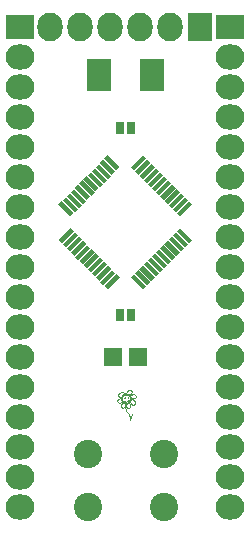
<source format=gts>
G04 #@! TF.FileFunction,Soldermask,Top*
%FSLAX46Y46*%
G04 Gerber Fmt 4.6, Leading zero omitted, Abs format (unit mm)*
G04 Created by KiCad (PCBNEW 4.0.4+e1-6308~48~ubuntu16.04.1-stable) date Wed Oct 26 20:07:28 2016*
%MOMM*%
%LPD*%
G01*
G04 APERTURE LIST*
%ADD10C,0.101600*%
%ADD11C,0.076200*%
%ADD12C,0.150000*%
%ADD13C,0.127000*%
%ADD14R,2.127200X2.432000*%
%ADD15O,2.127200X2.432000*%
%ADD16R,2.000200X2.800300*%
%ADD17C,2.400000*%
%ADD18R,2.432000X2.127200*%
%ADD19O,2.432000X2.127200*%
%ADD20R,0.800000X1.000000*%
%ADD21R,1.598880X1.598880*%
G04 APERTURE END LIST*
D10*
X192157000Y-114560000D02*
X192317000Y-114040000D01*
X192197000Y-114340000D02*
X192157000Y-114560000D01*
X192077000Y-114060000D02*
X192197000Y-114340000D01*
X191857000Y-113760000D02*
X192077000Y-114060000D01*
X191767000Y-113330000D02*
X191857000Y-113760000D01*
X192137000Y-113340000D02*
X192137000Y-113170000D01*
X192157000Y-113440000D02*
X192137000Y-113340000D01*
X192107000Y-113530000D02*
X192157000Y-113440000D01*
X191987000Y-113560000D02*
X192107000Y-113530000D01*
X191867000Y-113430000D02*
X191987000Y-113560000D01*
X191797000Y-113240000D02*
X191867000Y-113430000D01*
X192317000Y-113240000D02*
X192227000Y-113110000D01*
X192447000Y-113270000D02*
X192317000Y-113240000D01*
X192557000Y-113230000D02*
X192447000Y-113270000D01*
X192597000Y-113130000D02*
X192557000Y-113230000D01*
X192597000Y-112990000D02*
X192597000Y-113130000D01*
X192497000Y-112850000D02*
X192597000Y-112990000D01*
X192317000Y-112740000D02*
X192497000Y-112850000D01*
X192417000Y-112710000D02*
X192317000Y-112710000D01*
X192567000Y-112700000D02*
X192417000Y-112710000D01*
X192667000Y-112630000D02*
X192567000Y-112700000D01*
X192647000Y-112480000D02*
X192667000Y-112630000D01*
X192537000Y-112380000D02*
X192647000Y-112480000D01*
X192167000Y-112390000D02*
X192537000Y-112380000D01*
X192287000Y-112260000D02*
X192197000Y-112400000D01*
X192307000Y-112150000D02*
X192287000Y-112260000D01*
X192257000Y-112040000D02*
X192307000Y-112150000D01*
X192087000Y-112010000D02*
X192257000Y-112040000D01*
X191927000Y-112070000D02*
X192087000Y-112010000D01*
X191837000Y-112340000D02*
X191927000Y-112070000D01*
X191737000Y-113250000D02*
X191727000Y-113220000D01*
X191767000Y-113230000D02*
X191737000Y-113250000D01*
X191747000Y-113250000D02*
X191767000Y-113230000D01*
X191727000Y-113360000D02*
X191747000Y-113250000D01*
X191667000Y-113470000D02*
X191727000Y-113360000D01*
X191547000Y-113510000D02*
X191667000Y-113470000D01*
X191437000Y-113470000D02*
X191547000Y-113510000D01*
X191427000Y-113280000D02*
X191437000Y-113470000D01*
X191507000Y-113080000D02*
X191427000Y-113280000D01*
X191237000Y-113120000D02*
X191487000Y-113060000D01*
X191117000Y-113040000D02*
X191237000Y-113120000D01*
X191077000Y-112910000D02*
X191117000Y-113040000D01*
X191167000Y-112760000D02*
X191077000Y-112910000D01*
X191437000Y-112710000D02*
X191167000Y-112760000D01*
X191217000Y-112590000D02*
X191427000Y-112640000D01*
X191107000Y-112420000D02*
X191217000Y-112590000D01*
X191217000Y-112230000D02*
X191107000Y-112420000D01*
X191497000Y-112160000D02*
X191217000Y-112230000D01*
X191767000Y-112300000D02*
X191497000Y-112160000D01*
D11*
X191937000Y-112970000D02*
X192057000Y-112880000D01*
X191807000Y-112980000D02*
X191937000Y-112970000D01*
X191687000Y-112910000D02*
X191807000Y-112980000D01*
D12*
X191768623Y-112690000D02*
G75*
G03X191768623Y-112690000I-31623J0D01*
G01*
D13*
X192287000Y-112770000D02*
G75*
G03X192287000Y-112770000I-410000J0D01*
G01*
D12*
X192048623Y-112690000D02*
G75*
G03X192048623Y-112690000I-31623J0D01*
G01*
D14*
X198120000Y-81280000D03*
D15*
X195580000Y-81280000D03*
X193040000Y-81280000D03*
X190500000Y-81280000D03*
X187960000Y-81280000D03*
X185420000Y-81280000D03*
D16*
X189519560Y-85300000D03*
X194020440Y-85300000D03*
D10*
G36*
X189991626Y-92398311D02*
X190267398Y-92122539D01*
X191285632Y-93140773D01*
X191009860Y-93416545D01*
X189991626Y-92398311D01*
X189991626Y-92398311D01*
G37*
G36*
X189638073Y-92751864D02*
X189913845Y-92476092D01*
X190932079Y-93494326D01*
X190656307Y-93770098D01*
X189638073Y-92751864D01*
X189638073Y-92751864D01*
G37*
G36*
X189284519Y-93105418D02*
X189560291Y-92829646D01*
X190578525Y-93847880D01*
X190302753Y-94123652D01*
X189284519Y-93105418D01*
X189284519Y-93105418D01*
G37*
G36*
X188930966Y-93458971D02*
X189206738Y-93183199D01*
X190224972Y-94201433D01*
X189949200Y-94477205D01*
X188930966Y-93458971D01*
X188930966Y-93458971D01*
G37*
G36*
X188577413Y-93812524D02*
X188853185Y-93536752D01*
X189871419Y-94554986D01*
X189595647Y-94830758D01*
X188577413Y-93812524D01*
X188577413Y-93812524D01*
G37*
G36*
X188223859Y-94166078D02*
X188499631Y-93890306D01*
X189517865Y-94908540D01*
X189242093Y-95184312D01*
X188223859Y-94166078D01*
X188223859Y-94166078D01*
G37*
G36*
X187870306Y-94519631D02*
X188146078Y-94243859D01*
X189164312Y-95262093D01*
X188888540Y-95537865D01*
X187870306Y-94519631D01*
X187870306Y-94519631D01*
G37*
G36*
X187516752Y-94873185D02*
X187792524Y-94597413D01*
X188810758Y-95615647D01*
X188534986Y-95891419D01*
X187516752Y-94873185D01*
X187516752Y-94873185D01*
G37*
G36*
X187163199Y-95226738D02*
X187438971Y-94950966D01*
X188457205Y-95969200D01*
X188181433Y-96244972D01*
X187163199Y-95226738D01*
X187163199Y-95226738D01*
G37*
G36*
X186809646Y-95580291D02*
X187085418Y-95304519D01*
X188103652Y-96322753D01*
X187827880Y-96598525D01*
X186809646Y-95580291D01*
X186809646Y-95580291D01*
G37*
G36*
X186456092Y-95933845D02*
X186731864Y-95658073D01*
X187750098Y-96676307D01*
X187474326Y-96952079D01*
X186456092Y-95933845D01*
X186456092Y-95933845D01*
G37*
G36*
X186102539Y-96287398D02*
X186378311Y-96011626D01*
X187396545Y-97029860D01*
X187120773Y-97305632D01*
X186102539Y-96287398D01*
X186102539Y-96287398D01*
G37*
G36*
X186378311Y-99568374D02*
X186102539Y-99292602D01*
X187120773Y-98274368D01*
X187396545Y-98550140D01*
X186378311Y-99568374D01*
X186378311Y-99568374D01*
G37*
G36*
X186731864Y-99921927D02*
X186456092Y-99646155D01*
X187474326Y-98627921D01*
X187750098Y-98903693D01*
X186731864Y-99921927D01*
X186731864Y-99921927D01*
G37*
G36*
X187085418Y-100275481D02*
X186809646Y-99999709D01*
X187827880Y-98981475D01*
X188103652Y-99257247D01*
X187085418Y-100275481D01*
X187085418Y-100275481D01*
G37*
G36*
X187438971Y-100629034D02*
X187163199Y-100353262D01*
X188181433Y-99335028D01*
X188457205Y-99610800D01*
X187438971Y-100629034D01*
X187438971Y-100629034D01*
G37*
G36*
X187792524Y-100982587D02*
X187516752Y-100706815D01*
X188534986Y-99688581D01*
X188810758Y-99964353D01*
X187792524Y-100982587D01*
X187792524Y-100982587D01*
G37*
G36*
X188146078Y-101336141D02*
X187870306Y-101060369D01*
X188888540Y-100042135D01*
X189164312Y-100317907D01*
X188146078Y-101336141D01*
X188146078Y-101336141D01*
G37*
G36*
X188499631Y-101689694D02*
X188223859Y-101413922D01*
X189242093Y-100395688D01*
X189517865Y-100671460D01*
X188499631Y-101689694D01*
X188499631Y-101689694D01*
G37*
G36*
X188853185Y-102043248D02*
X188577413Y-101767476D01*
X189595647Y-100749242D01*
X189871419Y-101025014D01*
X188853185Y-102043248D01*
X188853185Y-102043248D01*
G37*
G36*
X189206738Y-102396801D02*
X188930966Y-102121029D01*
X189949200Y-101102795D01*
X190224972Y-101378567D01*
X189206738Y-102396801D01*
X189206738Y-102396801D01*
G37*
G36*
X189560291Y-102750354D02*
X189284519Y-102474582D01*
X190302753Y-101456348D01*
X190578525Y-101732120D01*
X189560291Y-102750354D01*
X189560291Y-102750354D01*
G37*
G36*
X189913845Y-103103908D02*
X189638073Y-102828136D01*
X190656307Y-101809902D01*
X190932079Y-102085674D01*
X189913845Y-103103908D01*
X189913845Y-103103908D01*
G37*
G36*
X190267398Y-103457461D02*
X189991626Y-103181689D01*
X191009860Y-102163455D01*
X191285632Y-102439227D01*
X190267398Y-103457461D01*
X190267398Y-103457461D01*
G37*
G36*
X192254368Y-102439227D02*
X192530140Y-102163455D01*
X193548374Y-103181689D01*
X193272602Y-103457461D01*
X192254368Y-102439227D01*
X192254368Y-102439227D01*
G37*
G36*
X192607921Y-102085674D02*
X192883693Y-101809902D01*
X193901927Y-102828136D01*
X193626155Y-103103908D01*
X192607921Y-102085674D01*
X192607921Y-102085674D01*
G37*
G36*
X192961475Y-101732120D02*
X193237247Y-101456348D01*
X194255481Y-102474582D01*
X193979709Y-102750354D01*
X192961475Y-101732120D01*
X192961475Y-101732120D01*
G37*
G36*
X193315028Y-101378567D02*
X193590800Y-101102795D01*
X194609034Y-102121029D01*
X194333262Y-102396801D01*
X193315028Y-101378567D01*
X193315028Y-101378567D01*
G37*
G36*
X193668581Y-101025014D02*
X193944353Y-100749242D01*
X194962587Y-101767476D01*
X194686815Y-102043248D01*
X193668581Y-101025014D01*
X193668581Y-101025014D01*
G37*
G36*
X194022135Y-100671460D02*
X194297907Y-100395688D01*
X195316141Y-101413922D01*
X195040369Y-101689694D01*
X194022135Y-100671460D01*
X194022135Y-100671460D01*
G37*
G36*
X194375688Y-100317907D02*
X194651460Y-100042135D01*
X195669694Y-101060369D01*
X195393922Y-101336141D01*
X194375688Y-100317907D01*
X194375688Y-100317907D01*
G37*
G36*
X194729242Y-99964353D02*
X195005014Y-99688581D01*
X196023248Y-100706815D01*
X195747476Y-100982587D01*
X194729242Y-99964353D01*
X194729242Y-99964353D01*
G37*
G36*
X195082795Y-99610800D02*
X195358567Y-99335028D01*
X196376801Y-100353262D01*
X196101029Y-100629034D01*
X195082795Y-99610800D01*
X195082795Y-99610800D01*
G37*
G36*
X195436348Y-99257247D02*
X195712120Y-98981475D01*
X196730354Y-99999709D01*
X196454582Y-100275481D01*
X195436348Y-99257247D01*
X195436348Y-99257247D01*
G37*
G36*
X195789902Y-98903693D02*
X196065674Y-98627921D01*
X197083908Y-99646155D01*
X196808136Y-99921927D01*
X195789902Y-98903693D01*
X195789902Y-98903693D01*
G37*
G36*
X196143455Y-98550140D02*
X196419227Y-98274368D01*
X197437461Y-99292602D01*
X197161689Y-99568374D01*
X196143455Y-98550140D01*
X196143455Y-98550140D01*
G37*
G36*
X196419227Y-97305632D02*
X196143455Y-97029860D01*
X197161689Y-96011626D01*
X197437461Y-96287398D01*
X196419227Y-97305632D01*
X196419227Y-97305632D01*
G37*
G36*
X196065674Y-96952079D02*
X195789902Y-96676307D01*
X196808136Y-95658073D01*
X197083908Y-95933845D01*
X196065674Y-96952079D01*
X196065674Y-96952079D01*
G37*
G36*
X195712120Y-96598525D02*
X195436348Y-96322753D01*
X196454582Y-95304519D01*
X196730354Y-95580291D01*
X195712120Y-96598525D01*
X195712120Y-96598525D01*
G37*
G36*
X195358567Y-96244972D02*
X195082795Y-95969200D01*
X196101029Y-94950966D01*
X196376801Y-95226738D01*
X195358567Y-96244972D01*
X195358567Y-96244972D01*
G37*
G36*
X195005014Y-95891419D02*
X194729242Y-95615647D01*
X195747476Y-94597413D01*
X196023248Y-94873185D01*
X195005014Y-95891419D01*
X195005014Y-95891419D01*
G37*
G36*
X194651460Y-95537865D02*
X194375688Y-95262093D01*
X195393922Y-94243859D01*
X195669694Y-94519631D01*
X194651460Y-95537865D01*
X194651460Y-95537865D01*
G37*
G36*
X194297907Y-95184312D02*
X194022135Y-94908540D01*
X195040369Y-93890306D01*
X195316141Y-94166078D01*
X194297907Y-95184312D01*
X194297907Y-95184312D01*
G37*
G36*
X193944353Y-94830758D02*
X193668581Y-94554986D01*
X194686815Y-93536752D01*
X194962587Y-93812524D01*
X193944353Y-94830758D01*
X193944353Y-94830758D01*
G37*
G36*
X193590800Y-94477205D02*
X193315028Y-94201433D01*
X194333262Y-93183199D01*
X194609034Y-93458971D01*
X193590800Y-94477205D01*
X193590800Y-94477205D01*
G37*
G36*
X193237247Y-94123652D02*
X192961475Y-93847880D01*
X193979709Y-92829646D01*
X194255481Y-93105418D01*
X193237247Y-94123652D01*
X193237247Y-94123652D01*
G37*
G36*
X192883693Y-93770098D02*
X192607921Y-93494326D01*
X193626155Y-92476092D01*
X193901927Y-92751864D01*
X192883693Y-93770098D01*
X192883693Y-93770098D01*
G37*
G36*
X192530140Y-93416545D02*
X192254368Y-93140773D01*
X193272602Y-92122539D01*
X193548374Y-92398311D01*
X192530140Y-93416545D01*
X192530140Y-93416545D01*
G37*
D17*
X195072000Y-117420000D03*
X195072000Y-121920000D03*
X188572000Y-117420000D03*
X188572000Y-121920000D03*
D18*
X182880000Y-81280000D03*
D19*
X182880000Y-83820000D03*
X182880000Y-86360000D03*
X182880000Y-88900000D03*
X182880000Y-91440000D03*
X182880000Y-93980000D03*
X182880000Y-96520000D03*
X182880000Y-99060000D03*
X182880000Y-101600000D03*
X182880000Y-104140000D03*
X182880000Y-106680000D03*
X182880000Y-109220000D03*
X182880000Y-111760000D03*
X182880000Y-114300000D03*
X182880000Y-116840000D03*
X182880000Y-119380000D03*
X182880000Y-121920000D03*
D18*
X200660000Y-81280000D03*
D19*
X200660000Y-83820000D03*
X200660000Y-86360000D03*
X200660000Y-88900000D03*
X200660000Y-91440000D03*
X200660000Y-93980000D03*
X200660000Y-96520000D03*
X200660000Y-99060000D03*
X200660000Y-101600000D03*
X200660000Y-104140000D03*
X200660000Y-106680000D03*
X200660000Y-109220000D03*
X200660000Y-111760000D03*
X200660000Y-114300000D03*
X200660000Y-116840000D03*
X200660000Y-119380000D03*
X200660000Y-121920000D03*
D20*
X192250000Y-89850000D03*
X191350000Y-89850000D03*
X191320000Y-105664000D03*
X192220000Y-105664000D03*
D21*
X192819020Y-109220000D03*
X190720980Y-109220000D03*
M02*

</source>
